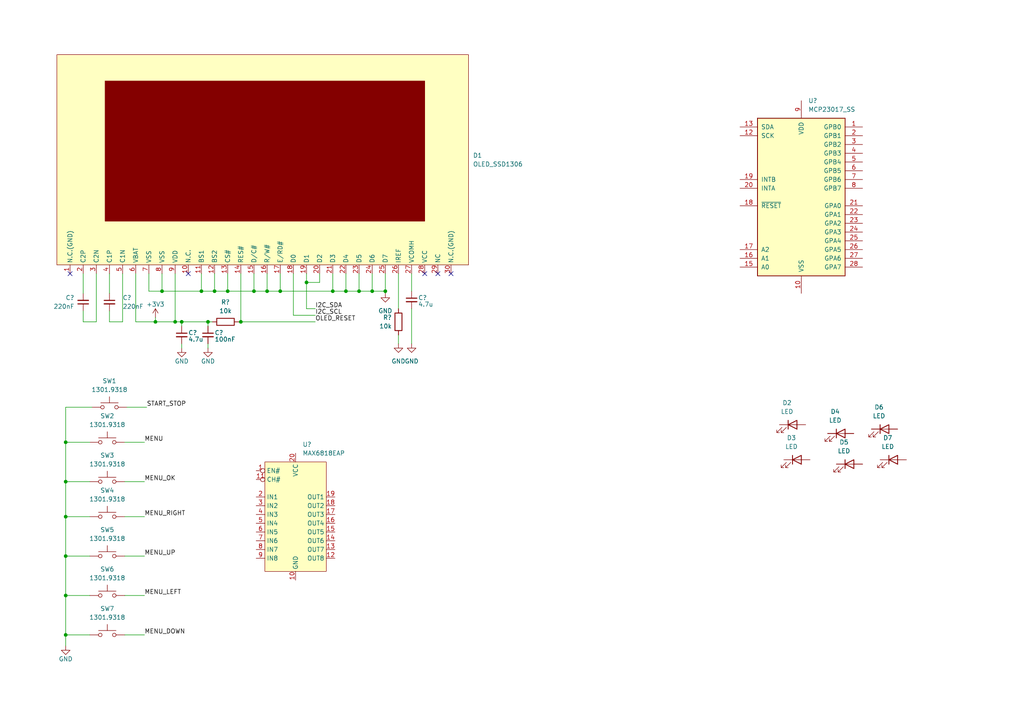
<source format=kicad_sch>
(kicad_sch (version 20211123) (generator eeschema)
  (paper "A4")
  (lib_symbols
    (symbol "Device:C_Small" (pin_numbers hide) (pin_names (offset 0.254) hide)
      (property "Reference" "C" (at 0.254 1.778 0))
      (property "Value" "C_Small" (at 0.254 -2.032 0))
      (symbol "C_Small_0_1"
        (polyline (pts (xy -1.524 -0.508) (xy 1.524 -0.508)) (stroke (width 0.3302)))
        (polyline (pts (xy -1.524 0.508) (xy 1.524 0.508)) (stroke (width 0.3048)))
      )
      (symbol "C_Small_1_1"
        (pin passive line (at 0 2.54 270) (length 2.032) (name "~") (number "1"))
        (pin passive line (at 0 -2.54 90) (length 2.032) (name "~") (number "2"))
      )
    )
    (symbol "Device:LED" (pin_numbers hide) (pin_names (offset 1.016) hide)
      (property "Reference" "D" (at 0 2.54 0))
      (property "Value" "LED" (at 0 -2.54 0))
      (symbol "LED_0_1"
        (polyline (pts (xy -1.27 -1.27) (xy -1.27 1.27)) (stroke (width 0.254)))
        (polyline (pts (xy -1.27 0) (xy 1.27 0)))
        (polyline (pts (xy 1.27 -1.27) (xy 1.27 1.27) (xy -1.27 0) (xy 1.27 -1.27)) (stroke (width 0.254)))
        (polyline (pts (xy -3.048 -0.762) (xy -4.572 -2.286) (xy -3.81 -2.286) (xy -4.572 -2.286) (xy -4.572 -1.524)))
        (polyline (pts (xy -1.778 -0.762) (xy -3.302 -2.286) (xy -2.54 -2.286) (xy -3.302 -2.286) (xy -3.302 -1.524)))
      )
      (symbol "LED_1_1"
        (pin passive line (at -3.81 0 0) (length 2.54) (name "K") (number "1"))
        (pin passive line (at 3.81 0 180) (length 2.54) (name "A") (number "2"))
      )
    )
    (symbol "Device:R" (pin_numbers hide) (pin_names (offset 0))
      (property "Reference" "R" (at 2.032 0 90))
      (property "Value" "R" (at 0 0 90))
      (symbol "R_0_1"
        (rectangle (start -1.016 -2.54) (end 1.016 2.54) (stroke (width 0.254)))
      )
      (symbol "R_1_1"
        (pin passive line (at 0 3.81 270) (length 1.27) (name "~") (number "1"))
        (pin passive line (at 0 -3.81 90) (length 1.27) (name "~") (number "2"))
      )
    )
    (symbol "Interface_Expansion:MCP23017_SS" (pin_names (offset 1.016))
      (property "Reference" "U" (at -11.43 24.13 0))
      (property "Value" "MCP23017_SS" (at 0 0 0))
      (symbol "MCP23017_SS_0_1"
        (rectangle (start -12.7 22.86) (end 12.7 -22.86) (stroke (width 0.254)) (fill (type background)))
      )
      (symbol "MCP23017_SS_1_1"
        (pin bidirectional line (at 17.78 20.32 180) (length 5.08) (name "GPB0") (number "1"))
        (pin power_in line (at 0 -27.94 90) (length 5.08) (name "VSS") (number "10"))
        (pin no_connect line (at -12.7 15.24 0) (length 5.08) hide (name "NC") (number "11"))
        (pin input line (at -17.78 17.78 0) (length 5.08) (name "SCK") (number "12"))
        (pin bidirectional line (at -17.78 20.32 0) (length 5.08) (name "SDA") (number "13"))
        (pin no_connect line (at -12.7 12.7 0) (length 5.08) hide (name "NC") (number "14"))
        (pin input line (at -17.78 -20.32 0) (length 5.08) (name "A0") (number "15"))
        (pin input line (at -17.78 -17.78 0) (length 5.08) (name "A1") (number "16"))
        (pin input line (at -17.78 -15.24 0) (length 5.08) (name "A2") (number "17"))
        (pin input line (at -17.78 -2.54 0) (length 5.08) (name "~{RESET}") (number "18"))
        (pin tri_state line (at -17.78 5.08 0) (length 5.08) (name "INTB") (number "19"))
        (pin bidirectional line (at 17.78 17.78 180) (length 5.08) (name "GPB1") (number "2"))
        (pin tri_state line (at -17.78 2.54 0) (length 5.08) (name "INTA") (number "20"))
        (pin bidirectional line (at 17.78 -2.54 180) (length 5.08) (name "GPA0") (number "21"))
        (pin bidirectional line (at 17.78 -5.08 180) (length 5.08) (name "GPA1") (number "22"))
        (pin bidirectional line (at 17.78 -7.62 180) (length 5.08) (name "GPA2") (number "23"))
        (pin bidirectional line (at 17.78 -10.16 180) (length 5.08) (name "GPA3") (number "24"))
        (pin bidirectional line (at 17.78 -12.7 180) (length 5.08) (name "GPA4") (number "25"))
        (pin bidirectional line (at 17.78 -15.24 180) (length 5.08) (name "GPA5") (number "26"))
        (pin bidirectional line (at 17.78 -17.78 180) (length 5.08) (name "GPA6") (number "27"))
        (pin bidirectional line (at 17.78 -20.32 180) (length 5.08) (name "GPA7") (number "28"))
        (pin bidirectional line (at 17.78 15.24 180) (length 5.08) (name "GPB2") (number "3"))
        (pin bidirectional line (at 17.78 12.7 180) (length 5.08) (name "GPB3") (number "4"))
        (pin bidirectional line (at 17.78 10.16 180) (length 5.08) (name "GPB4") (number "5"))
        (pin bidirectional line (at 17.78 7.62 180) (length 5.08) (name "GPB5") (number "6"))
        (pin bidirectional line (at 17.78 5.08 180) (length 5.08) (name "GPB6") (number "7"))
        (pin bidirectional line (at 17.78 2.54 180) (length 5.08) (name "GPB7") (number "8"))
        (pin power_in line (at 0 27.94 270) (length 5.08) (name "VDD") (number "9"))
      )
    )
    (symbol "MAXIM_ICS:MAX6818EAP"
      (property "Reference" "U" (at -7.62 21.59 0))
      (property "Value" "MAX6818EAP" (at -7.62 19.05 0))
      (symbol "MAX6818EAP_0_1"
        (rectangle (start -8.89 17.78) (end 8.89 -13.97) (fill (type background)))
      )
      (symbol "MAX6818EAP_1_1"
        (pin input inverted (at -11.43 15.24 0) (length 2.54) (name "EN#") (number "1"))
        (pin power_in line (at 0 -16.51 90) (length 2.54) (name "GND") (number "10"))
        (pin input inverted (at -11.43 12.7 0) (length 2.54) (name "CH#") (number "11"))
        (pin output line (at 11.43 -10.16 180) (length 2.54) (name "OUT8") (number "12"))
        (pin output line (at 11.43 -7.62 180) (length 2.54) (name "OUT7") (number "13"))
        (pin output line (at 11.43 -5.08 180) (length 2.54) (name "OUT6") (number "14"))
        (pin output line (at 11.43 -2.54 180) (length 2.54) (name "OUT5") (number "15"))
        (pin output line (at 11.43 0 180) (length 2.54) (name "OUT4") (number "16"))
        (pin output line (at 11.43 2.54 180) (length 2.54) (name "OUT3") (number "17"))
        (pin output line (at 11.43 5.08 180) (length 2.54) (name "OUT2") (number "18"))
        (pin output line (at 11.43 7.62 180) (length 2.54) (name "OUT1") (number "19"))
        (pin input line (at -11.43 7.62 0) (length 2.54) (name "IN1") (number "2"))
        (pin power_in line (at 0 20.32 270) (length 2.54) (name "VCC") (number "20"))
        (pin input line (at -11.43 5.08 0) (length 2.54) (name "IN2") (number "3"))
        (pin input line (at -11.43 2.54 0) (length 2.54) (name "IN3") (number "4"))
        (pin input line (at -11.43 0 0) (length 2.54) (name "IN4") (number "5"))
        (pin input line (at -11.43 -2.54 0) (length 2.54) (name "IN5") (number "6"))
        (pin input line (at -11.43 -5.08 0) (length 2.54) (name "IN6") (number "7"))
        (pin input line (at -11.43 -7.62 0) (length 2.54) (name "IN7") (number "8"))
        (pin input line (at -11.43 -10.16 0) (length 2.54) (name "IN8") (number "9"))
      )
    )
    (symbol "Switch:SW_Push" (pin_numbers hide) (pin_names (offset 1.016) hide)
      (property "Reference" "SW" (at 1.27 2.54 0))
      (property "Value" "SW_Push" (at 0 -1.524 0))
      (symbol "SW_Push_0_1"
        (circle (center -2.032 0) (radius 0.508))
        (polyline (pts (xy 0 1.27) (xy 0 3.048)))
        (polyline (pts (xy 2.54 1.27) (xy -2.54 1.27)))
        (circle (center 2.032 0) (radius 0.508))
        (pin passive line (at -5.08 0 0) (length 2.54) (name "1") (number "1"))
        (pin passive line (at 5.08 0 180) (length 2.54) (name "2") (number "2"))
      )
    )
    (symbol "oled_SS1306:OLED_SSD1306"
      (property "Reference" "D" (at -57.15 66.04 0))
      (property "Value" "OLED_SSD1306" (at -50.8 63.5 0))
      (symbol "OLED_SSD1306_0_1"
        (rectangle (start -58.42 0) (end 60.96 60.96) (fill (type background)))
        (rectangle (start -44.45 53.34) (end 48.26 12.7) (fill (type outline)))
      )
      (symbol "OLED_SSD1306_1_1"
        (pin power_in line (at -54.61 -2.54 90) (length 2.54) (name "N.C.(GND)") (number "1"))
        (pin input line (at -20.32 -2.54 90) (length 2.54) (name "N.C.") (number "10"))
        (pin input line (at -16.51 -2.54 90) (length 2.54) (name "BS1") (number "11"))
        (pin input line (at -12.7 -2.54 90) (length 2.54) (name "BS2") (number "12"))
        (pin input line (at -8.89 -2.54 90) (length 2.54) (name "CS#") (number "13"))
        (pin input line (at -5.08 -2.54 90) (length 2.54) (name "RES#") (number "14"))
        (pin input line (at -1.27 -2.54 90) (length 2.54) (name "D/C#") (number "15"))
        (pin input line (at 2.54 -2.54 90) (length 2.54) (name "R/W#") (number "16"))
        (pin input line (at 6.35 -2.54 90) (length 2.54) (name "E/RD#") (number "17"))
        (pin input line (at 10.16 -2.54 90) (length 2.54) (name "D0") (number "18"))
        (pin input line (at 13.97 -2.54 90) (length 2.54) (name "D1") (number "19"))
        (pin input line (at -50.8 -2.54 90) (length 2.54) (name "C2P") (number "2"))
        (pin input line (at 17.78 -2.54 90) (length 2.54) (name "D2") (number "20"))
        (pin input line (at 21.59 -2.54 90) (length 2.54) (name "D3") (number "21"))
        (pin input line (at 25.4 -2.54 90) (length 2.54) (name "D4") (number "22"))
        (pin input line (at 29.21 -2.54 90) (length 2.54) (name "D5") (number "23"))
        (pin input line (at 33.02 -2.54 90) (length 2.54) (name "D6") (number "24"))
        (pin input line (at 36.83 -2.54 90) (length 2.54) (name "D7") (number "25"))
        (pin input line (at 40.64 -2.54 90) (length 2.54) (name "IREF") (number "26"))
        (pin input line (at 44.45 -2.54 90) (length 2.54) (name "VCOMH") (number "27"))
        (pin input line (at 48.26 -2.54 90) (length 2.54) (name "VCC") (number "28"))
        (pin input line (at 52.07 -2.54 90) (length 2.54) (name "NC") (number "29"))
        (pin input line (at -46.99 -2.54 90) (length 2.54) (name "C2N") (number "3"))
        (pin input line (at 55.88 -2.54 90) (length 2.54) (name "N.C.(GND)") (number "30"))
        (pin input line (at -43.18 -2.54 90) (length 2.54) (name "C1P") (number "4"))
        (pin input line (at -39.37 -2.54 90) (length 2.54) (name "C1N") (number "5"))
        (pin input line (at -35.56 -2.54 90) (length 2.54) (name "VBAT") (number "6"))
        (pin input line (at -31.75 -2.54 90) (length 2.54) (name "VSS") (number "7"))
        (pin input line (at -27.94 -2.54 90) (length 2.54) (name "VSS") (number "8"))
        (pin input line (at -24.13 -2.54 90) (length 2.54) (name "VDD") (number "9"))
      )
    )
    (symbol "power:+3.3V" (power) (pin_names (offset 0))
      (property "Value" "+3.3V" (at 0 3.556 0))
      (symbol "+3.3V_0_1"
        (polyline (pts (xy -0.762 1.27) (xy 0 2.54)))
        (polyline (pts (xy 0 0) (xy 0 2.54)))
        (polyline (pts (xy 0 2.54) (xy 0.762 1.27)))
      )
      (symbol "+3.3V_1_1"
        (pin power_in line (at 0 0 90) (length 0) hide (name "+3V3") (number "1"))
      )
    )
    (symbol "power:GND" (power) (pin_names (offset 0))
      (property "Value" "GND" (at 0 -3.81 0))
      (symbol "GND_0_1"
        (polyline (pts (xy 0 0) (xy 0 -1.27) (xy 1.27 -1.27) (xy 0 -2.54) (xy -1.27 -1.27) (xy 0 -1.27)))
      )
      (symbol "GND_1_1"
        (pin power_in line (at 0 0 270) (length 0) hide (name "GND") (number "1"))
      )
    )
  )
  (junction (at 46.99 84.455))
  (junction (at 100.33 84.455))
  (junction (at 19.05 161.29))
  (junction (at 58.42 84.455))
  (junction (at 50.8 93.345))
  (junction (at 19.05 184.15))
  (junction (at 66.04 84.455))
  (junction (at 77.47 84.455))
  (junction (at 88.9 81.915))
  (junction (at 19.05 128.27))
  (junction (at 81.28 84.455))
  (junction (at 45.085 93.345))
  (junction (at 62.23 84.455))
  (junction (at 107.95 84.455))
  (junction (at 73.66 84.455))
  (junction (at 19.05 139.7))
  (junction (at 69.85 93.345))
  (junction (at 19.05 172.72))
  (junction (at 96.52 84.455))
  (junction (at 60.325 93.345))
  (junction (at 111.76 84.455))
  (junction (at 19.05 149.86))
  (junction (at 52.705 93.345))
  (junction (at 104.14 84.455))
  (no_connect (at 123.19 79.375))
  (no_connect (at 127 79.375))
  (no_connect (at 130.81 79.375))
  (no_connect (at 20.32 79.375))
  (no_connect (at 54.61 79.375))
  (wire (pts (xy 26.035 161.29) (xy 19.05 161.29)))
  (wire (pts (xy 19.05 184.15) (xy 19.05 187.325)))
  (wire (pts (xy 60.325 93.345) (xy 61.595 93.345)))
  (wire (pts (xy 100.33 84.455) (xy 96.52 84.455)))
  (wire (pts (xy 26.035 184.15) (xy 19.05 184.15)))
  (wire (pts (xy 19.05 172.72) (xy 19.05 184.15)))
  (wire (pts (xy 104.14 79.375) (xy 104.14 84.455)))
  (wire (pts (xy 27.94 93.345) (xy 27.94 79.375)))
  (wire (pts (xy 92.71 81.915) (xy 88.9 81.915)))
  (wire (pts (xy 46.99 79.375) (xy 46.99 84.455)))
  (wire (pts (xy 46.99 84.455) (xy 43.18 84.455)))
  (wire (pts (xy 52.705 93.345) (xy 52.705 94.615)))
  (wire (pts (xy 31.75 79.375) (xy 31.75 85.09)))
  (wire (pts (xy 66.04 84.455) (xy 62.23 84.455)))
  (wire (pts (xy 115.57 79.375) (xy 115.57 89.535)))
  (wire (pts (xy 88.9 79.375) (xy 88.9 81.915)))
  (wire (pts (xy 62.23 84.455) (xy 58.42 84.455)))
  (wire (pts (xy 19.05 128.27) (xy 19.05 139.7)))
  (wire (pts (xy 96.52 84.455) (xy 81.28 84.455)))
  (wire (pts (xy 119.38 79.375) (xy 119.38 84.455)))
  (wire (pts (xy 96.52 84.455) (xy 96.52 79.375)))
  (wire (pts (xy 100.33 79.375) (xy 100.33 84.455)))
  (wire (pts (xy 24.13 90.17) (xy 24.13 93.345)))
  (wire (pts (xy 36.195 161.29) (xy 41.91 161.29)))
  (wire (pts (xy 81.28 79.375) (xy 81.28 84.455)))
  (wire (pts (xy 24.13 93.345) (xy 27.94 93.345)))
  (wire (pts (xy 88.9 89.535) (xy 91.44 89.535)))
  (wire (pts (xy 73.66 79.375) (xy 73.66 84.455)))
  (wire (pts (xy 85.09 79.375) (xy 85.09 91.44)))
  (wire (pts (xy 50.8 93.345) (xy 52.705 93.345)))
  (wire (pts (xy 45.085 93.345) (xy 50.8 93.345)))
  (wire (pts (xy 39.37 79.375) (xy 39.37 93.345)))
  (wire (pts (xy 77.47 79.375) (xy 77.47 84.455)))
  (wire (pts (xy 26.67 118.11) (xy 19.05 118.11)))
  (wire (pts (xy 52.705 93.345) (xy 60.325 93.345)))
  (wire (pts (xy 31.75 90.17) (xy 31.75 93.345)))
  (wire (pts (xy 115.57 97.155) (xy 115.57 99.695)))
  (wire (pts (xy 52.705 99.695) (xy 52.705 100.965)))
  (wire (pts (xy 58.42 79.375) (xy 58.42 84.455)))
  (wire (pts (xy 36.195 149.86) (xy 41.91 149.86)))
  (wire (pts (xy 26.035 172.72) (xy 19.05 172.72)))
  (wire (pts (xy 69.215 93.345) (xy 69.85 93.345)))
  (wire (pts (xy 92.71 79.375) (xy 92.71 81.915)))
  (wire (pts (xy 36.83 118.11) (xy 42.545 118.11)))
  (wire (pts (xy 107.95 84.455) (xy 104.14 84.455)))
  (wire (pts (xy 31.75 93.345) (xy 35.56 93.345)))
  (wire (pts (xy 69.85 79.375) (xy 69.85 93.345)))
  (wire (pts (xy 26.035 149.86) (xy 19.05 149.86)))
  (wire (pts (xy 77.47 84.455) (xy 73.66 84.455)))
  (wire (pts (xy 36.195 139.7) (xy 41.91 139.7)))
  (wire (pts (xy 66.04 84.455) (xy 73.66 84.455)))
  (wire (pts (xy 24.13 79.375) (xy 24.13 85.09)))
  (wire (pts (xy 104.14 84.455) (xy 100.33 84.455)))
  (wire (pts (xy 111.76 79.375) (xy 111.76 84.455)))
  (wire (pts (xy 85.09 91.44) (xy 91.44 91.44)))
  (wire (pts (xy 45.085 92.075) (xy 45.085 93.345)))
  (wire (pts (xy 58.42 84.455) (xy 46.99 84.455)))
  (wire (pts (xy 111.76 84.455) (xy 111.76 85.09)))
  (wire (pts (xy 39.37 93.345) (xy 45.085 93.345)))
  (wire (pts (xy 19.05 149.86) (xy 19.05 161.29)))
  (wire (pts (xy 69.85 93.345) (xy 91.44 93.345)))
  (wire (pts (xy 50.8 93.345) (xy 50.8 79.375)))
  (wire (pts (xy 26.035 139.7) (xy 19.05 139.7)))
  (wire (pts (xy 43.18 84.455) (xy 43.18 79.375)))
  (wire (pts (xy 88.9 81.915) (xy 88.9 89.535)))
  (wire (pts (xy 81.28 84.455) (xy 77.47 84.455)))
  (wire (pts (xy 36.195 184.15) (xy 41.91 184.15)))
  (wire (pts (xy 35.56 93.345) (xy 35.56 79.375)))
  (wire (pts (xy 62.23 79.375) (xy 62.23 84.455)))
  (wire (pts (xy 119.38 89.535) (xy 119.38 99.695)))
  (wire (pts (xy 26.035 128.27) (xy 19.05 128.27)))
  (wire (pts (xy 60.325 93.345) (xy 60.325 94.615)))
  (wire (pts (xy 19.05 139.7) (xy 19.05 149.86)))
  (wire (pts (xy 19.05 118.11) (xy 19.05 128.27)))
  (wire (pts (xy 19.05 161.29) (xy 19.05 172.72)))
  (wire (pts (xy 66.04 84.455) (xy 66.04 79.375)))
  (wire (pts (xy 111.76 84.455) (xy 107.95 84.455)))
  (wire (pts (xy 36.195 128.27) (xy 41.91 128.27)))
  (wire (pts (xy 36.195 172.72) (xy 41.91 172.72)))
  (wire (pts (xy 107.95 79.375) (xy 107.95 84.455)))
  (wire (pts (xy 60.325 99.695) (xy 60.325 100.965)))
  (label "I2C_SDA" (at 91.44 89.535 0))
  (label "MENU_OK" (at 41.91 139.7 0))
  (label "MENU_LEFT" (at 41.91 172.72 0))
  (label "OLED_RESET" (at 91.44 93.345 0))
  (label "MENU" (at 41.91 128.27 0))
  (label "MENU_RIGHT" (at 41.91 149.86 0))
  (label "START_STOP" (at 42.545 118.11 0))
  (label "MENU_UP" (at 41.91 161.29 0))
  (label "MENU_DOWN" (at 41.91 184.15 0))
  (label "I2C_SCL" (at 91.44 91.44 0))
  (symbol (lib_id "Switch:SW_Push") (at 31.115 184.15 0) (unit 1)
    (property "Reference" "SW7" (at 31.115 176.53 0))
    (property "Value" "1301.9318" (at 31.115 179.07 0))
    (property "Footprint" "Button_Switch_SMD:SW_Push_1P1T_NO_6x6mm_H9.5mm" (effects hide))
    (property "Producer" "Schurter" (effects hide))
    (property "OrderNo" "1301.9318" (effects hide))
  )
  (symbol (lib_id "MAXIM_ICS:MAX6818EAP") (at 85.725 151.765 0) (unit 1)
    (property "Reference" "U?" (at 87.7444 128.905 0) (effects (justify left)))
    (property "Value" "MAX6818EAP" (at 87.7444 131.445 0) (effects (justify left)))
    (property "Footprint" "Package_SO:SSOP-20_5.3x7.2mm_P0.65mm" (effects hide))
  )
  (symbol (lib_id "Device:C_Small") (at 119.38 86.995 0) (unit 1)
    (property "Reference" "C?" (at 121.285 86.36 0) (effects (justify left)))
    (property "Value" "4.7u" (at 121.285 88.265 0) (effects (justify left)))
    (property "Footprint" "Capacitor_SMD:C_0805_2012Metric" (effects hide))
  )
  (symbol (lib_id "power:GND") (at 119.38 99.695 0) (unit 1)
    (property "Reference" "#PWR?" (effects hide))
    (property "Value" "GND" (at 119.38 104.775 0))
  )
  (symbol (lib_id "Switch:SW_Push") (at 31.75 118.11 0) (unit 1)
    (property "Reference" "SW1" (at 31.75 110.49 0))
    (property "Value" "1301.9318" (at 31.75 113.03 0))
    (property "Footprint" "Button_Switch_SMD:SW_Push_1P1T_NO_6x6mm_H9.5mm" (effects hide))
    (property "Producer" "Schurter" (effects hide))
    (property "OrderNo" "1301.9318" (effects hide))
  )
  (symbol (lib_id "Device:R") (at 115.57 93.345 0) (mirror x) (unit 1)
    (property "Reference" "R?" (at 113.665 92.0749 0) (effects (justify right)))
    (property "Value" "10k" (at 113.665 94.6149 0) (effects (justify right)))
    (property "Footprint" "Resistor_SMD:R_0603_1608Metric" (effects hide))
  )
  (symbol (lib_id "Device:LED") (at 229.87 123.19 0) (unit 1)
    (property "Reference" "D2" (at 228.2825 116.84 0))
    (property "Value" "LED" (at 228.2825 119.38 0))
    (property "Footprint" "LED_THT:LED_D5.0mm" (effects hide))
  )
  (symbol (lib_id "Device:R") (at 65.405 93.345 90) (unit 1)
    (property "Reference" "R?" (at 65.405 87.63 90))
    (property "Value" "10k" (at 65.405 90.17 90))
    (property "Footprint" "Resistor_SMD:R_0603_1608Metric" (effects hide))
  )
  (symbol (lib_id "Device:LED") (at 243.84 125.73 0) (unit 1)
    (property "Reference" "D4" (at 242.2525 119.38 0))
    (property "Value" "LED" (at 242.2525 121.92 0))
    (property "Footprint" "LED_THT:LED_D5.0mm" (effects hide))
  )
  (symbol (lib_id "Device:LED") (at 259.08 133.35 0) (unit 1)
    (property "Reference" "D7" (at 257.4925 127 0))
    (property "Value" "LED" (at 257.4925 129.54 0))
    (property "Footprint" "LED_THT:LED_D5.0mm" (effects hide))
  )
  (symbol (lib_id "Device:LED") (at 231.14 133.35 0) (unit 1)
    (property "Reference" "D3" (at 229.5525 127 0))
    (property "Value" "LED" (at 229.5525 129.54 0))
    (property "Footprint" "LED_THT:LED_D5.0mm" (effects hide))
  )
  (symbol (lib_id "Device:C_Small") (at 24.13 87.63 0) (mirror x) (unit 1)
    (property "Reference" "C?" (at 21.59 86.3535 0) (effects (justify right)))
    (property "Value" "220nF" (at 21.59 88.8935 0) (effects (justify right)))
    (property "Footprint" "Capacitor_SMD:C_0603_1608Metric" (effects hide))
  )
  (symbol (lib_id "Switch:SW_Push") (at 31.115 139.7 0) (unit 1)
    (property "Reference" "SW3" (at 31.115 132.08 0))
    (property "Value" "1301.9318" (at 31.115 134.62 0))
    (property "Footprint" "Button_Switch_SMD:SW_Push_1P1T_NO_6x6mm_H9.5mm" (effects hide))
    (property "Producer" "Schurter" (effects hide))
    (property "OrderNo" "1301.9318" (effects hide))
  )
  (symbol (lib_id "power:GND") (at 19.05 187.325 0) (unit 1)
    (property "Reference" "#PWR?" (effects hide))
    (property "Value" "GND" (at 19.05 191.135 0))
  )
  (symbol (lib_id "power:GND") (at 52.705 100.965 0) (unit 1)
    (property "Reference" "#PWR?" (effects hide))
    (property "Value" "GND" (at 52.705 104.775 0))
  )
  (symbol (lib_id "power:GND") (at 115.57 99.695 0) (unit 1)
    (property "Reference" "#PWR?" (effects hide))
    (property "Value" "GND" (at 115.57 104.775 0))
  )
  (symbol (lib_id "Device:C_Small") (at 52.705 97.155 0) (unit 1)
    (property "Reference" "C?" (at 54.61 96.52 0) (effects (justify left)))
    (property "Value" "4.7u" (at 54.61 98.425 0) (effects (justify left)))
    (property "Footprint" "Capacitor_SMD:C_0805_2012Metric" (effects hide))
  )
  (symbol (lib_id "Interface_Expansion:MCP23017_SS") (at 232.41 57.15 0) (unit 1)
    (property "Reference" "U?" (at 234.4294 29.21 0) (effects (justify left)))
    (property "Value" "MCP23017_SS" (at 234.4294 31.75 0) (effects (justify left)))
    (property "Footprint" "Package_SO:SSOP-28_5.3x10.2mm_P0.65mm" (effects hide))
    (property "Datasheet" "http://ww1.microchip.com/downloads/en/DeviceDoc/20001952C.pdf" (effects hide))
  )
  (symbol (lib_id "Switch:SW_Push") (at 31.115 149.86 0) (unit 1)
    (property "Reference" "SW4" (at 31.115 142.24 0))
    (property "Value" "1301.9318" (at 31.115 144.78 0))
    (property "Footprint" "Button_Switch_SMD:SW_Push_1P1T_NO_6x6mm_H9.5mm" (effects hide))
    (property "Producer" "Schurter" (effects hide))
    (property "OrderNo" "1301.9318" (effects hide))
  )
  (symbol (lib_id "Switch:SW_Push") (at 31.115 161.29 0) (unit 1)
    (property "Reference" "SW5" (at 31.115 153.67 0))
    (property "Value" "1301.9318" (at 31.115 156.21 0))
    (property "Footprint" "Button_Switch_SMD:SW_Push_1P1T_NO_6x6mm_H9.5mm" (effects hide))
    (property "Producer" "Schurter" (effects hide))
    (property "OrderNo" "1301.9318" (effects hide))
  )
  (symbol (lib_id "power:GND") (at 111.76 85.09 0) (unit 1)
    (property "Reference" "#PWR?" (effects hide))
    (property "Value" "GND" (at 111.76 90.17 0))
  )
  (symbol (lib_id "power:+3.3V") (at 45.085 92.075 0) (unit 1)
    (property "Reference" "#PWR?" (effects hide))
    (property "Value" "+3.3V" (at 45.085 88.265 0))
  )
  (symbol (lib_id "oled_SS1306:OLED_SSD1306") (at 74.93 76.835 0) (unit 1)
    (property "Reference" "D1" (at 137.16 45.0849 0) (effects (justify left)))
    (property "Value" "OLED_SSD1306" (at 137.16 47.6249 0) (effects (justify left)))
    (property "Footprint" "oled_SSD1306:oled_SSD1306" (effects hide))
  )
  (symbol (lib_id "Device:LED") (at 256.54 124.46 0) (unit 1)
    (property "Reference" "D6" (at 254.9525 118.11 0))
    (property "Value" "LED" (at 254.9525 120.65 0))
    (property "Footprint" "LED_THT:LED_D5.0mm" (effects hide))
  )
  (symbol (lib_id "power:GND") (at 60.325 100.965 0) (unit 1)
    (property "Reference" "#PWR?" (effects hide))
    (property "Value" "GND" (at 60.325 104.775 0))
  )
  (symbol (lib_id "Switch:SW_Push") (at 31.115 128.27 0) (unit 1)
    (property "Reference" "SW2" (at 31.115 120.65 0))
    (property "Value" "1301.9318" (at 31.115 123.19 0))
    (property "Footprint" "Button_Switch_SMD:SW_Push_1P1T_NO_6x6mm_H9.5mm" (effects hide))
    (property "Producer" "Schurter" (effects hide))
    (property "OrderNo" "1301.9318" (effects hide))
  )
  (symbol (lib_id "Device:LED") (at 246.38 134.62 0) (unit 1)
    (property "Reference" "D5" (at 244.7925 128.27 0))
    (property "Value" "LED" (at 244.7925 130.81 0))
    (property "Footprint" "LED_THT:LED_D5.0mm" (effects hide))
  )
  (symbol (lib_id "Switch:SW_Push") (at 31.115 172.72 0) (unit 1)
    (property "Reference" "SW6" (at 31.115 165.1 0))
    (property "Value" "1301.9318" (at 31.115 167.64 0))
    (property "Footprint" "Button_Switch_SMD:SW_Push_1P1T_NO_6x6mm_H9.5mm" (effects hide))
    (property "Producer" "Schurter" (effects hide))
    (property "OrderNo" "1301.9318" (effects hide))
  )
  (symbol (lib_id "Device:C_Small") (at 31.75 87.63 0) (unit 1)
    (property "Reference" "C?" (at 35.56 86.36 0) (effects (justify left)))
    (property "Value" "220nF" (at 35.56 88.9 0) (effects (justify left)))
    (property "Footprint" "Capacitor_SMD:C_0603_1608Metric" (effects hide))
  )
  (symbol (lib_id "Device:C_Small") (at 60.325 97.155 0) (unit 1)
    (property "Reference" "C?" (at 62.23 96.52 0) (effects (justify left)))
    (property "Value" "100nF" (at 62.23 98.425 0) (effects (justify left)))
    (property "Footprint" "Capacitor_SMD:C_0603_1608Metric" (effects hide))
  )
)
</source>
